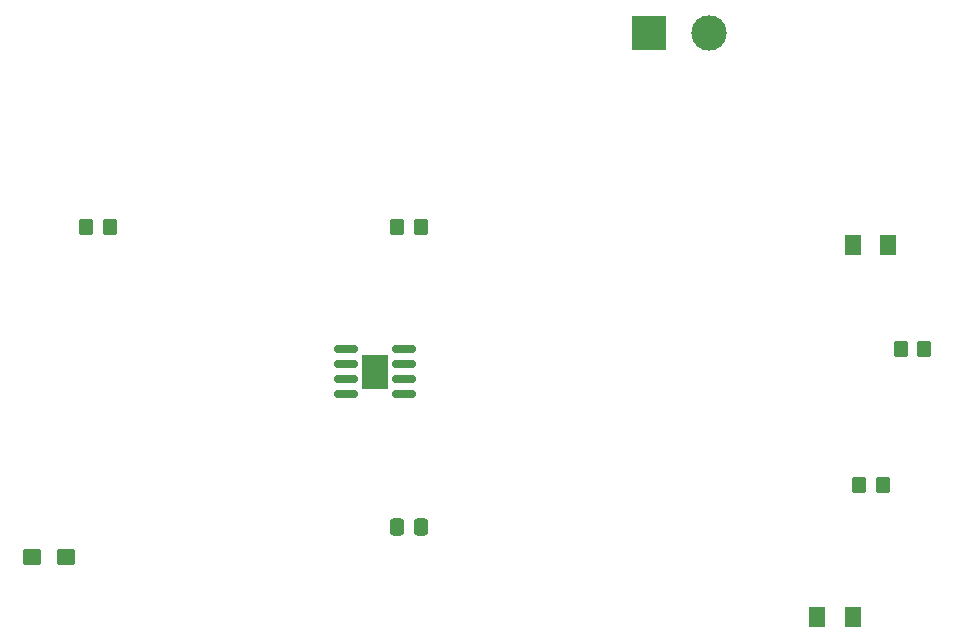
<source format=gbr>
%TF.GenerationSoftware,KiCad,Pcbnew,(6.0.10-0)*%
%TF.CreationDate,2023-02-17T09:22:20-08:00*%
%TF.ProjectId,exercise2_pcb,65786572-6369-4736-9532-5f7063622e6b,rev?*%
%TF.SameCoordinates,Original*%
%TF.FileFunction,Soldermask,Top*%
%TF.FilePolarity,Negative*%
%FSLAX46Y46*%
G04 Gerber Fmt 4.6, Leading zero omitted, Abs format (unit mm)*
G04 Created by KiCad (PCBNEW (6.0.10-0)) date 2023-02-17 09:22:20*
%MOMM*%
%LPD*%
G01*
G04 APERTURE LIST*
G04 Aperture macros list*
%AMRoundRect*
0 Rectangle with rounded corners*
0 $1 Rounding radius*
0 $2 $3 $4 $5 $6 $7 $8 $9 X,Y pos of 4 corners*
0 Add a 4 corners polygon primitive as box body*
4,1,4,$2,$3,$4,$5,$6,$7,$8,$9,$2,$3,0*
0 Add four circle primitives for the rounded corners*
1,1,$1+$1,$2,$3*
1,1,$1+$1,$4,$5*
1,1,$1+$1,$6,$7*
1,1,$1+$1,$8,$9*
0 Add four rect primitives between the rounded corners*
20,1,$1+$1,$2,$3,$4,$5,0*
20,1,$1+$1,$4,$5,$6,$7,0*
20,1,$1+$1,$6,$7,$8,$9,0*
20,1,$1+$1,$8,$9,$2,$3,0*%
G04 Aperture macros list end*
%ADD10R,3.000000X3.000000*%
%ADD11C,3.000000*%
%ADD12RoundRect,0.250000X-0.337500X-0.475000X0.337500X-0.475000X0.337500X0.475000X-0.337500X0.475000X0*%
%ADD13RoundRect,0.250001X-0.462499X-0.624999X0.462499X-0.624999X0.462499X0.624999X-0.462499X0.624999X0*%
%ADD14RoundRect,0.250000X-0.350000X-0.450000X0.350000X-0.450000X0.350000X0.450000X-0.350000X0.450000X0*%
%ADD15RoundRect,0.150000X-0.825000X-0.150000X0.825000X-0.150000X0.825000X0.150000X-0.825000X0.150000X0*%
%ADD16R,2.290000X3.000000*%
%ADD17RoundRect,0.250000X-0.537500X-0.425000X0.537500X-0.425000X0.537500X0.425000X-0.537500X0.425000X0*%
G04 APERTURE END LIST*
D10*
%TO.C,J1*%
X139700000Y-62290000D03*
D11*
X144780000Y-62290000D03*
%TD*%
D12*
%TO.C,C2*%
X118342500Y-104140000D03*
X120417500Y-104140000D03*
%TD*%
D13*
%TO.C,D1*%
X156932500Y-80200000D03*
X159907500Y-80200000D03*
%TD*%
%TO.C,D2*%
X153965000Y-111760000D03*
X156940000Y-111760000D03*
%TD*%
D14*
%TO.C,R4*%
X157488808Y-100580000D03*
X159488808Y-100580000D03*
%TD*%
%TO.C,R3*%
X161020000Y-89080000D03*
X163020000Y-89080000D03*
%TD*%
D15*
%TO.C,U1*%
X114045000Y-89072500D03*
X114045000Y-90342500D03*
X114045000Y-91612500D03*
X114045000Y-92882500D03*
X118995000Y-92882500D03*
X118995000Y-91612500D03*
X118995000Y-90342500D03*
X118995000Y-89072500D03*
D16*
X116520000Y-90977500D03*
%TD*%
D14*
%TO.C,R1*%
X118380000Y-78740000D03*
X120380000Y-78740000D03*
%TD*%
D17*
%TO.C,C1*%
X87462500Y-106680000D03*
X90337500Y-106680000D03*
%TD*%
D14*
%TO.C,R2*%
X92065872Y-78740000D03*
X94065872Y-78740000D03*
%TD*%
M02*

</source>
